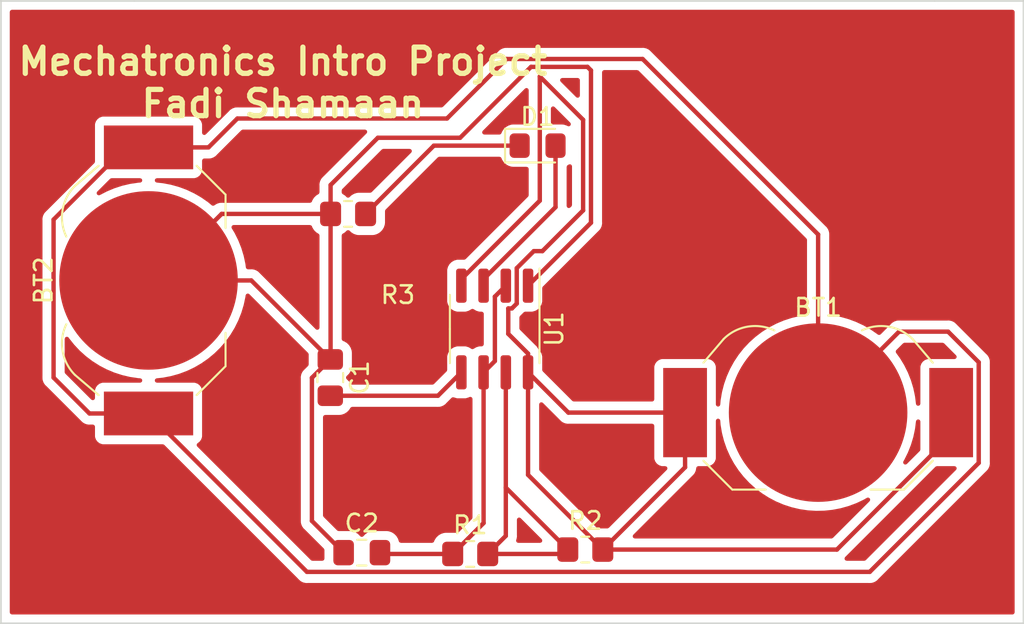
<source format=kicad_pcb>
(kicad_pcb (version 20211014) (generator pcbnew)
  (layers (0 "F.Cu" signal) (31 "B.Cu" signal) (34 "B.Paste" user) (35 "F.Paste" user) (36 "B.SilkS" user "B.Silkscreen") (37 "F.SilkS" user "F.Silkscreen") (38 "B.Mask" user) (39 "F.Mask" user) (44 "Edge.Cuts" user))
  (net 0 "")
  (net 1 "Net-(D1-Pad1)")
  (net 2 "Net-(D1-Pad2)")
  (net 3 "Net-(BT1-Pad2)")
  (net 4 "Net-(C2-Pad2)")
  (net 5 "Net-(R1-Pad2)")
  (net 6 "GND")
  (net 7 "VCC")
  (net 8 "Net-(C1-Pad2)")
  (footprint "Resistor_SMD:R_0805_2012Metric_Pad1.20x1.40mm_HandSolder" (layer "F.Cu") (at 136.675 93.45 180)
    (fp_text reference "R3" (at -2.845 -4.625) (layer "F.SilkS"))
    (fp_text value "270")
    (fp_line (start -0.227064 0.735) (end 0.227064 0.735) (layer "F.SilkS") (width 0.12))
    (fp_line (start -0.227064 -0.735) (end 0.227064 -0.735) (layer "F.SilkS") (width 0.12))
    (pad "1" smd roundrect (at -1 0 180) (size 1.2 1.4) (layers "F.Cu" "F.Paste" "F.Mask") (roundrect_rratio 0.2083333333) (net 1 "Net-(D1-Pad1)"))
    (pad "2" smd roundrect (at 1 0 180) (size 1.2 1.4) (layers "F.Cu" "F.Paste" "F.Mask") (roundrect_rratio 0.2083333333) (net 6 "GND"))
  )
  (footprint "LED_SMD:LED_0805_2012Metric_Pad1.15x1.40mm_HandSolder" (layer "F.Cu") (at 147.5 89.55)
    (fp_text reference "D1" (at 0 -1.65) (layer "F.SilkS"))
    (fp_text value "LED")
    (fp_line (start 1 -0.96) (end -1.86 -0.96) (layer "F.SilkS") (width 0.12))
    (fp_line (start -1.86 -0.96) (end -1.86 0.96) (layer "F.SilkS") (width 0.12))
    (fp_line (start -1.86 0.96) (end 1 0.96) (layer "F.SilkS") (width 0.12))
    (pad "1" smd roundrect (at -1.025 0) (size 1.15 1.4) (layers "F.Cu" "F.Paste" "F.Mask") (roundrect_rratio 0.2173913043) (net 1 "Net-(D1-Pad1)"))
    (pad "2" smd roundrect (at 1.025 0) (size 1.15 1.4) (layers "F.Cu" "F.Paste" "F.Mask") (roundrect_rratio 0.2173913043) (net 2 "Net-(D1-Pad2)"))
  )
  (footprint "Package_SO:SOIC-8_3.9x4.9mm_P1.27mm" (layer "F.Cu") (at 145.05 100.025 -90)
    (fp_text reference "U1" (at 0 -3.4 90) (layer "F.SilkS"))
    (fp_text value "LM555xM")
    (fp_line (start 0 -2.56) (end 1.95 -2.56) (layer "F.SilkS") (width 0.12))
    (fp_line (start 0 2.56) (end 1.95 2.56) (layer "F.SilkS") (width 0.12))
    (fp_line (start 0 2.56) (end -1.95 2.56) (layer "F.SilkS") (width 0.12))
    (fp_line (start 0 -2.56) (end -3.45 -2.56) (layer "F.SilkS") (width 0.12))
    (pad "1" smd roundrect (at -2.475 -1.905 270) (size 1.95 0.6) (layers "F.Cu" "F.Paste" "F.Mask") (net 6 "GND"))
    (pad "2" smd roundrect (at -2.475 -0.635 270) (size 1.95 0.6) (layers "F.Cu" "F.Paste" "F.Mask") (net 4 "Net-(C2-Pad2)"))
    (pad "3" smd roundrect (at -2.475 0.635 270) (size 1.95 0.6) (layers "F.Cu" "F.Paste" "F.Mask") (net 2 "Net-(D1-Pad2)"))
    (pad "4" smd roundrect (at -2.475 1.905 270) (size 1.95 0.6) (layers "F.Cu" "F.Paste" "F.Mask") (net 7 "VCC"))
    (pad "5" smd roundrect (at 2.475 1.905 270) (size 1.95 0.6) (layers "F.Cu" "F.Paste" "F.Mask") (net 8 "Net-(C1-Pad2)"))
    (pad "6" smd roundrect (at 2.475 0.635 270) (size 1.95 0.6) (layers "F.Cu" "F.Paste" "F.Mask") (net 4 "Net-(C2-Pad2)"))
    (pad "7" smd roundrect (at 2.475 -0.635 270) (size 1.95 0.6) (layers "F.Cu" "F.Paste" "F.Mask") (net 5 "Net-(R1-Pad2)"))
    (pad "8" smd roundrect (at 2.475 -1.905 270) (size 1.95 0.6) (layers "F.Cu" "F.Paste" "F.Mask") (net 7 "VCC"))
  )
  (footprint "Battery:BatteryHolder_LINX_BAT-HLD-012-SMT" (layer "F.Cu") (at 163.525 104.8 180)
    (fp_text reference "BT1" (at 0 6) (layer "F.SilkS"))
    (fp_text value "3V")
    (fp_line (start -6.55 -2.75) (end -4.9 -4.4) (layer "F.SilkS") (width 0.12))
    (fp_line (start 6.55 2.85) (end 5.4 4.2) (layer "F.SilkS") (width 0.12))
    (fp_line (start -6.55 2.85) (end -5.4 4.2) (layer "F.SilkS") (width 0.12))
    (fp_line (start -4.9 -4.4) (end -3 -4.4) (layer "F.SilkS") (width 0.12))
    (fp_line (start 4.9 -4.4) (end 6.55 -2.75) (layer "F.SilkS") (width 0.12))
    (fp_line (start 4.9 -4.4) (end 3 -4.4) (layer "F.SilkS") (width 0.12))
    (fp_arc (start -2.504098 4.697607) (mid -4.031094 4.908816) (end -5.4 4.2) (layer "F.SilkS") (width 0.12))
    (fp_arc (start 5.4 4.2) (mid 4.029781 4.909041) (end 2.501694 4.696459) (layer "F.SilkS") (width 0.12))
    (pad "1" smd rect (at -7.6 0 180) (size 2.5 5.1) (layers "F.Cu" "F.Paste" "F.Mask") (net 7 "VCC"))
    (pad "1" smd rect (at 7.6 0 180) (size 2.5 5.1) (layers "F.Cu" "F.Paste" "F.Mask") (net 7 "VCC"))
    (pad "2" smd circle (at 0 0 180) (size 10.2 10.2) (layers "F.Cu" "F.Mask") (net 3 "Net-(BT1-Pad2)"))
  )
  (footprint "Resistor_SMD:R_0805_2012Metric_Pad1.20x1.40mm_HandSolder" (layer "F.Cu") (at 143.65 112.875)
    (fp_text reference "R1" (at 0 -1.65) (layer "F.SilkS"))
    (fp_text value "10k")
    (fp_line (start -0.227064 0.735) (end 0.227064 0.735) (layer "F.SilkS") (width 0.12))
    (fp_line (start -0.227064 -0.735) (end 0.227064 -0.735) (layer "F.SilkS") (width 0.12))
    (pad "1" smd roundrect (at -1 0) (size 1.2 1.4) (layers "F.Cu" "F.Paste" "F.Mask") (roundrect_rratio 0.2083333333) (net 4 "Net-(C2-Pad2)"))
    (pad "2" smd roundrect (at 1 0) (size 1.2 1.4) (layers "F.Cu" "F.Paste" "F.Mask") (roundrect_rratio 0.2083333333) (net 5 "Net-(R1-Pad2)"))
  )
  (footprint "Capacitor_SMD:C_0805_2012Metric_Pad1.18x1.45mm_HandSolder" (layer "F.Cu") (at 135.6575 102.8 -90)
    (fp_text reference "C1" (at 0 -1.68 90) (layer "F.SilkS"))
    (fp_text value "0.01uF")
    (fp_line (start -0.261252 0.735) (end 0.261252 0.735) (layer "F.SilkS") (width 0.12))
    (fp_line (start -0.261252 -0.735) (end 0.261252 -0.735) (layer "F.SilkS") (width 0.12))
    (pad "1" smd roundrect (at -1.0375 0 270) (size 1.175 1.45) (layers "F.Cu" "F.Paste" "F.Mask") (roundrect_rratio 0.2127659574) (net 6 "GND"))
    (pad "2" smd roundrect (at 1.0375 0 270) (size 1.175 1.45) (layers "F.Cu" "F.Paste" "F.Mask") (roundrect_rratio 0.2127659574) (net 8 "Net-(C1-Pad2)"))
  )
  (footprint "Resistor_SMD:R_0805_2012Metric_Pad1.20x1.40mm_HandSolder" (layer "F.Cu") (at 150.225 112.625)
    (fp_text reference "R2" (at 0 -1.65) (layer "F.SilkS"))
    (fp_text value "5k")
    (fp_line (start -0.227064 0.735) (end 0.227064 0.735) (layer "F.SilkS") (width 0.12))
    (fp_line (start -0.227064 -0.735) (end 0.227064 -0.735) (layer "F.SilkS") (width 0.12))
    (pad "1" smd roundrect (at -1 0) (size 1.2 1.4) (layers "F.Cu" "F.Paste" "F.Mask") (roundrect_rratio 0.2083333333) (net 5 "Net-(R1-Pad2)"))
    (pad "2" smd roundrect (at 1 0) (size 1.2 1.4) (layers "F.Cu" "F.Paste" "F.Mask") (roundrect_rratio 0.2083333333) (net 7 "VCC"))
  )
  (footprint "Capacitor_SMD:C_0805_2012Metric_Pad1.18x1.45mm_HandSolder" (layer "F.Cu") (at 137.4575 112.8)
    (fp_text reference "C2" (at 0 -1.68) (layer "F.SilkS"))
    (fp_text value "10uF")
    (fp_line (start -0.261252 0.735) (end 0.261252 0.735) (layer "F.SilkS") (width 0.12))
    (fp_line (start -0.261252 -0.735) (end 0.261252 -0.735) (layer "F.SilkS") (width 0.12))
    (pad "1" smd roundrect (at -1.0375 0) (size 1.175 1.45) (layers "F.Cu" "F.Paste" "F.Mask") (roundrect_rratio 0.2127659574) (net 6 "GND"))
    (pad "2" smd roundrect (at 1.0375 0) (size 1.175 1.45) (layers "F.Cu" "F.Paste" "F.Mask") (roundrect_rratio 0.2127659574) (net 4 "Net-(C2-Pad2)"))
  )
  (footprint "Battery:BatteryHolder_LINX_BAT-HLD-012-SMT" (layer "F.Cu") (at 125.275 97.25 -90)
    (fp_text reference "BT2" (at 0 6 90) (layer "F.SilkS"))
    (fp_text value "3V")
    (fp_line (start -6.55 2.85) (end -5.4 4.2) (layer "F.SilkS") (width 0.12))
    (fp_line (start 4.9 -4.4) (end 6.55 -2.75) (layer "F.SilkS") (width 0.12))
    (fp_line (start 6.55 2.85) (end 5.4 4.2) (layer "F.SilkS") (width 0.12))
    (fp_line (start -6.55 -2.75) (end -4.9 -4.4) (layer "F.SilkS") (width 0.12))
    (fp_line (start 4.9 -4.4) (end 3 -4.4) (layer "F.SilkS") (width 0.12))
    (fp_line (start -4.9 -4.4) (end -3 -4.4) (layer "F.SilkS") (width 0.12))
    (fp_arc (start -2.504098 4.697607) (mid -4.031094 4.908816) (end -5.4 4.2) (layer "F.SilkS") (width 0.12))
    (fp_arc (start 5.4 4.2) (mid 4.029781 4.909041) (end 2.501694 4.696459) (layer "F.SilkS") (width 0.12))
    (pad "1" smd rect (at 7.6 0 270) (size 2.5 5.1) (layers "F.Cu" "F.Paste" "F.Mask") (net 3 "Net-(BT1-Pad2)"))
    (pad "1" smd rect (at -7.6 0 270) (size 2.5 5.1) (layers "F.Cu" "F.Paste" "F.Mask") (net 3 "Net-(BT1-Pad2)"))
    (pad "2" smd circle (at 0 0 270) (size 10.2 10.2) (layers "F.Cu" "F.Mask") (net 6 "GND"))
  )
  (gr_line (start 124.46 81.28) (end 170.18 81.28) (layer "Edge.Cuts") (width 0.1))
  (gr_line (start 170.18 81.28) (end 175.26 81.28) (layer "Edge.Cuts") (width 0.1))
  (gr_line (start 116.84 81.28) (end 124.46 81.28) (layer "Edge.Cuts") (width 0.1))
  (gr_line (start 175.26 116.84) (end 116.84 116.84) (layer "Edge.Cuts") (width 0.1))
  (gr_line (start 116.84 116.84) (end 116.84 81.28) (layer "Edge.Cuts") (width 0.1))
  (gr_line (start 175.26 81.28) (end 175.26 116.84) (layer "Edge.Cuts") (width 0.1))
  (gr_text "Mechatronics Intro Project\nFadi Shamaan" (at 132.95 85.95) (layer "F.SilkS") (effects (font (size 1.5 1.5) (thickness 0.3))))
  (segment (start 141.575 89.55) (end 137.675 93.45) (width 0.25) (layer "F.Cu") (net 1))
  (segment (start 146.475 89.55) (end 141.575 89.55) (width 0.25) (layer "F.Cu") (net 1))
  (segment (start 144.415 97.173928) (end 144.415 97.55) (width 0.25) (layer "F.Cu") (net 2))
  (segment (start 148.525 89.55) (end 148.525 93.063928) (width 0.25) (layer "F.Cu") (net 2))
  (segment (start 148.525 93.063928) (end 144.415 97.173928) (width 0.25) (layer "F.Cu") (net 2))
  (segment (start 128.7 89.65) (end 130.35 88) (width 0.25) (layer "F.Cu") (net 3))
  (segment (start 130.35 88) (end 142.325 88) (width 0.25) (layer "F.Cu") (net 3))
  (segment (start 119.850489 102.800489) (end 121.9 104.85) (width 0.25) (layer "F.Cu") (net 3))
  (segment (start 121.9 104.85) (end 125.275 104.85) (width 0.25) (layer "F.Cu") (net 3))
  (segment (start 168.15 100.175) (end 163.525 104.8) (width 0.25) (layer "F.Cu") (net 3))
  (segment (start 145.725 84.6) (end 153.5 84.6) (width 0.25) (layer "F.Cu") (net 3))
  (segment (start 125.275 89.65) (end 123.975 89.65) (width 0.25) (layer "F.Cu") (net 3))
  (segment (start 172.7 107.674022) (end 172.7 101.925978) (width 0.25) (layer "F.Cu") (net 3))
  (segment (start 172.7 101.925978) (end 170.949022 100.175) (width 0.25) (layer "F.Cu") (net 3))
  (segment (start 142.325 88) (end 145.725 84.6) (width 0.25) (layer "F.Cu") (net 3))
  (segment (start 170.949022 100.175) (end 168.15 100.175) (width 0.25) (layer "F.Cu") (net 3))
  (segment (start 125.275 104.85) (end 134.32452 113.89952) (width 0.25) (layer "F.Cu") (net 3))
  (segment (start 125.275 89.65) (end 128.7 89.65) (width 0.25) (layer "F.Cu") (net 3))
  (segment (start 153.5 84.6) (end 163.525 94.625) (width 0.25) (layer "F.Cu") (net 3))
  (segment (start 163.525 94.625) (end 163.525 104.8) (width 0.25) (layer "F.Cu") (net 3))
  (segment (start 123.975 89.65) (end 119.850489 93.774511) (width 0.25) (layer "F.Cu") (net 3))
  (segment (start 166.474502 113.89952) (end 172.7 107.674022) (width 0.25) (layer "F.Cu") (net 3))
  (segment (start 119.850489 93.774511) (end 119.850489 102.800489) (width 0.25) (layer "F.Cu") (net 3))
  (segment (start 134.32452 113.89952) (end 166.474502 113.89952) (width 0.25) (layer "F.Cu") (net 3))
  (segment (start 145.06048 98.17452) (end 145.06048 101.85452) (width 0.25) (layer "F.Cu") (net 4))
  (segment (start 142.65 112.875) (end 138.57 112.875) (width 0.25) (layer "F.Cu") (net 4))
  (segment (start 145.06048 101.85452) (end 144.415 102.5) (width 0.25) (layer "F.Cu") (net 4))
  (segment (start 145.685 97.55) (end 145.06048 98.17452) (width 0.25) (layer "F.Cu") (net 4))
  (segment (start 138.57 112.875) (end 138.495 112.8) (width 0.25) (layer "F.Cu") (net 4))
  (segment (start 144.415 111.11) (end 144.415 102.5) (width 0.25) (layer "F.Cu") (net 4))
  (segment (start 142.65 112.875) (end 144.415 111.11) (width 0.25) (layer "F.Cu") (net 4))
  (segment (start 145.685 102.5) (end 145.685 111.84) (width 0.25) (layer "F.Cu") (net 5))
  (segment (start 145.685 111.84) (end 144.65 112.875) (width 0.25) (layer "F.Cu") (net 5))
  (segment (start 148.975 112.875) (end 149.225 112.625) (width 0.25) (layer "F.Cu") (net 5))
  (segment (start 144.65 112.875) (end 148.975 112.875) (width 0.25) (layer "F.Cu") (net 5))
  (segment (start 145.685 109.085) (end 149.225 112.625) (width 0.25) (layer "F.Cu") (net 5))
  (segment (start 135.675 101.745) (end 135.6575 101.7625) (width 0.25) (layer "F.Cu") (net 6))
  (segment (start 150.54952 85.24952) (end 150.54952 93.95548) (width 0.25) (layer "F.Cu") (net 6))
  (segment (start 134.60798 102.81202) (end 134.60798 110.98798) (width 0.25) (layer "F.Cu") (net 6))
  (segment (start 138.375 89.1) (end 135.675 91.8) (width 0.25) (layer "F.Cu") (net 6))
  (segment (start 129.45 93.45) (end 135.675 93.45) (width 0.25) (layer "F.Cu") (net 6))
  (segment (start 125.65 97.25) (end 129.45 93.45) (width 0.25) (layer "F.Cu") (net 6))
  (segment (start 143.075 89.1) (end 138.375 89.1) (width 0.25) (layer "F.Cu") (net 6))
  (segment (start 125.275 97.25) (end 131.145 97.25) (width 0.25) (layer "F.Cu") (net 6))
  (segment (start 135.675 93.45) (end 135.675 101.745) (width 0.25) (layer "F.Cu") (net 6))
  (segment (start 134.60798 110.98798) (end 136.42 112.8) (width 0.25) (layer "F.Cu") (net 6))
  (segment (start 147.125 85.05) (end 150.35 85.05) (width 0.25) (layer "F.Cu") (net 6))
  (segment (start 131.145 97.25) (end 135.6575 101.7625) (width 0.25) (layer "F.Cu") (net 6))
  (segment (start 135.675 91.8) (end 135.675 93.45) (width 0.25) (layer "F.Cu") (net 6))
  (segment (start 150.35 85.05) (end 150.54952 85.24952) (width 0.25) (layer "F.Cu") (net 6))
  (segment (start 143.075 89.1) (end 147.125 85.05) (width 0.25) (layer "F.Cu") (net 6))
  (segment (start 146.955 97.55) (end 150.54952 93.95548) (width 0.25) (layer "F.Cu") (net 6))
  (segment (start 135.6575 101.7625) (end 134.60798 102.81202) (width 0.25) (layer "F.Cu") (net 6))
  (segment (start 164.6 112.625) (end 171.125 106.1) (width 0.25) (layer "F.Cu") (net 7))
  (segment (start 150.1 93.25) (end 147.775 95.575) (width 0.25) (layer "F.Cu") (net 7))
  (segment (start 145.825 100.3) (end 146.955 101.43) (width 0.25) (layer "F.Cu") (net 7))
  (segment (start 146.955 102.5) (end 146.955 108.355) (width 0.25) (layer "F.Cu") (net 7))
  (segment (start 146.30952 98.571552) (end 146.031552 98.84952) (width 0.25) (layer "F.Cu") (net 7))
  (segment (start 147.283928 95.575) (end 146.30952 96.549408) (width 0.25) (layer "F.Cu") (net 7))
  (segment (start 147.62548 92.693448) (end 147.62548 85.59952) (width 0.25) (layer "F.Cu") (net 7))
  (segment (start 146.955 102.5) (end 149.255 104.8) (width 0.25) (layer "F.Cu") (net 7))
  (segment (start 147.775 95.575) (end 147.283928 95.575) (width 0.25) (layer "F.Cu") (net 7))
  (segment (start 146.955 101.43) (end 146.955 102.5) (width 0.25) (layer "F.Cu") (net 7))
  (segment (start 149.255 104.8) (end 155.925 104.8) (width 0.25) (layer "F.Cu") (net 7))
  (segment (start 145.825 98.84952) (end 145.825 100.3) (width 0.25) (layer "F.Cu") (net 7))
  (segment (start 171.125 106.1) (end 171.125 104.8) (width 0.25) (layer "F.Cu") (net 7))
  (segment (start 151.225 112.625) (end 155.925 107.925) (width 0.25) (layer "F.Cu") (net 7))
  (segment (start 150.1 88.07404) (end 150.1 93.25) (width 0.25) (layer "F.Cu") (net 7))
  (segment (start 155.925 107.925) (end 155.925 104.8) (width 0.25) (layer "F.Cu") (net 7))
  (segment (start 143.145 97.55) (end 143.145 97.173928) (width 0.25) (layer "F.Cu") (net 7))
  (segment (start 151.225 112.625) (end 164.6 112.625) (width 0.25) (layer "F.Cu") (net 7))
  (segment (start 146.955 108.355) (end 151.225 112.625) (width 0.25) (layer "F.Cu") (net 7))
  (segment (start 146.30952 96.549408) (end 146.30952 98.571552) (width 0.25) (layer "F.Cu") (net 7))
  (segment (start 146.031552 98.84952) (end 145.825 98.84952) (width 0.25) (layer "F.Cu") (net 7))
  (segment (start 143.145 97.173928) (end 147.62548 92.693448) (width 0.25) (layer "F.Cu") (net 7))
  (segment (start 147.62548 85.59952) (end 150.1 88.07404) (width 0.25) (layer "F.Cu") (net 7))
  (segment (start 143.145 102.5) (end 141.8075 103.8375) (width 0.25) (layer "F.Cu") (net 8))
  (segment (start 141.8075 103.8375) (end 135.6575 103.8375) (width 0.25) (layer "F.Cu") (net 8))
  (zone (net 0) (net_name "") (layer "F.Cu") (connect_pads (clearance 0.508)) (min_thickness 0.254) (fill yes (thermal_gap 0.508) (thermal_bridge_width 0.508))
    (polygon (pts (xy 175.26 116.84) (xy 116.84 116.84) (xy 116.84 81.28) (xy 175.26 81.28)))
  )
)
</source>
